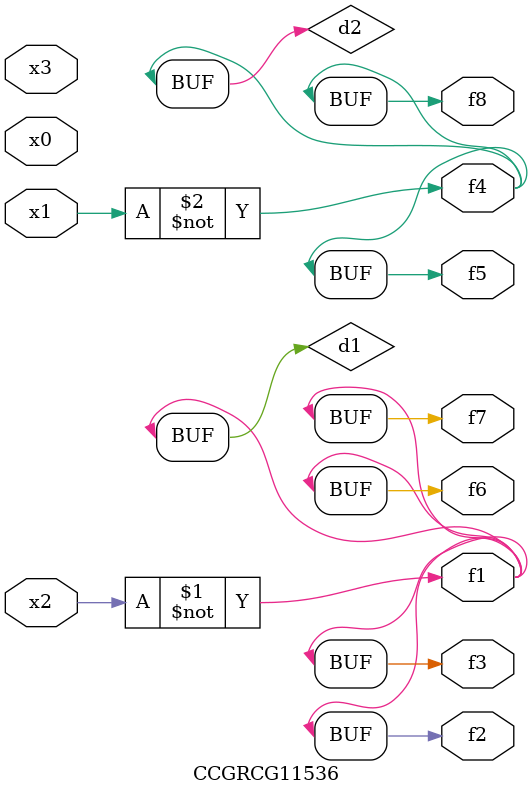
<source format=v>
module CCGRCG11536(
	input x0, x1, x2, x3,
	output f1, f2, f3, f4, f5, f6, f7, f8
);

	wire d1, d2;

	xnor (d1, x2);
	not (d2, x1);
	assign f1 = d1;
	assign f2 = d1;
	assign f3 = d1;
	assign f4 = d2;
	assign f5 = d2;
	assign f6 = d1;
	assign f7 = d1;
	assign f8 = d2;
endmodule

</source>
